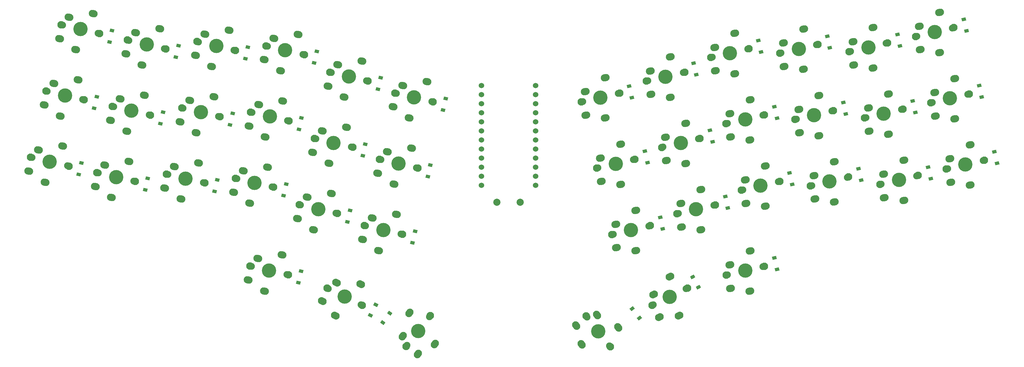
<source format=gbr>
%TF.GenerationSoftware,KiCad,Pcbnew,(6.0.8)*%
%TF.CreationDate,2023-05-09T18:28:35-05:00*%
%TF.ProjectId,Butterfly,42757474-6572-4666-9c79-2e6b69636164,1.0.0*%
%TF.SameCoordinates,Original*%
%TF.FileFunction,Soldermask,Bot*%
%TF.FilePolarity,Negative*%
%FSLAX46Y46*%
G04 Gerber Fmt 4.6, Leading zero omitted, Abs format (unit mm)*
G04 Created by KiCad (PCBNEW (6.0.8)) date 2023-05-09 18:28:35*
%MOMM*%
%LPD*%
G01*
G04 APERTURE LIST*
G04 Aperture macros list*
%AMHorizOval*
0 Thick line with rounded ends*
0 $1 width*
0 $2 $3 position (X,Y) of the first rounded end (center of the circle)*
0 $4 $5 position (X,Y) of the second rounded end (center of the circle)*
0 Add line between two ends*
20,1,$1,$2,$3,$4,$5,0*
0 Add two circle primitives to create the rounded ends*
1,1,$1,$2,$3*
1,1,$1,$4,$5*%
%AMRotRect*
0 Rectangle, with rotation*
0 The origin of the aperture is its center*
0 $1 length*
0 $2 width*
0 $3 Rotation angle, in degrees counterclockwise*
0 Add horizontal line*
21,1,$1,$2,0,0,$3*%
G04 Aperture macros list end*
%ADD10C,4.000000*%
%ADD11C,2.100000*%
%ADD12C,1.900000*%
%ADD13HorizOval,2.000000X0.243593X0.056238X-0.243593X-0.056238X0*%
%ADD14HorizOval,2.000000X0.243593X-0.056238X-0.243593X0.056238X0*%
%ADD15HorizOval,2.000000X0.153915X0.197003X-0.153915X-0.197003X0*%
%ADD16HorizOval,2.000000X0.224699X-0.109593X-0.224699X0.109593X0*%
%ADD17HorizOval,2.000000X0.224699X0.109593X-0.224699X-0.109593X0*%
%ADD18C,2.000000*%
%ADD19C,1.524000*%
%ADD20HorizOval,2.000000X0.153915X-0.197003X-0.153915X0.197003X0*%
%ADD21RotRect,0.900000X1.200000X77.000000*%
%ADD22RotRect,0.900000X1.200000X103.000000*%
%ADD23RotRect,0.900000X1.200000X128.000000*%
%ADD24RotRect,0.900000X1.200000X63.000000*%
%ADD25RotRect,0.900000X1.200000X119.000000*%
%ADD26RotRect,0.900000X1.200000X54.000000*%
G04 APERTURE END LIST*
D10*
%TO.C,MX21*%
X247275596Y-86456694D03*
D11*
X241916561Y-87693925D03*
X252634631Y-85219463D03*
D12*
X252225396Y-85313943D03*
X242325796Y-87599445D03*
D13*
X243183618Y-91403988D03*
X242991870Y-84838858D03*
X248602807Y-92205477D03*
X248607745Y-80935518D03*
%TD*%
D12*
%TO.C,MX8*%
X220014394Y-75643231D03*
D11*
X219605159Y-75737711D03*
D12*
X229913994Y-73357729D03*
D11*
X230323229Y-73263249D03*
D10*
X224964194Y-74500480D03*
D13*
X220680468Y-72882644D03*
X220872216Y-79447774D03*
X226296343Y-68979304D03*
X226291405Y-80249263D03*
%TD*%
D11*
%TO.C,MX1*%
X55886091Y-59955256D03*
D10*
X61245126Y-61192487D03*
D11*
X66604161Y-62429718D03*
D12*
X56295326Y-60049736D03*
X66194926Y-62335238D03*
D14*
X58104152Y-57860524D03*
X55398530Y-63845280D03*
X64862777Y-56814063D03*
X59917915Y-66941270D03*
%TD*%
D12*
%TO.C,MX7*%
X201809754Y-81475361D03*
X211709354Y-79189859D03*
D11*
X201400519Y-81569841D03*
X212118589Y-79095379D03*
D10*
X206759554Y-80332610D03*
D13*
X202667576Y-85279904D03*
X202475828Y-78714774D03*
X208091703Y-74811434D03*
X208086765Y-86081393D03*
%TD*%
D11*
%TO.C,MX25*%
X47315454Y-97078756D03*
D12*
X47724689Y-97173236D03*
D10*
X52674489Y-98315987D03*
D11*
X58033524Y-99553218D03*
D12*
X57624289Y-99458738D03*
D14*
X46827893Y-100968780D03*
X49533515Y-94984024D03*
X56292140Y-93937563D03*
X51347278Y-104064770D03*
%TD*%
D12*
%TO.C,MX29*%
X122864464Y-110447476D03*
D11*
X133173299Y-112827458D03*
D10*
X127814264Y-111590227D03*
D12*
X132764064Y-112732978D03*
D11*
X122455229Y-110352996D03*
D14*
X124673290Y-108258264D03*
X121967668Y-114243020D03*
X126487053Y-117339010D03*
X131431915Y-107211803D03*
%TD*%
D11*
%TO.C,MX28*%
X115325768Y-105448515D03*
D12*
X114916533Y-105354035D03*
D10*
X109966733Y-104211284D03*
D11*
X104607698Y-102974053D03*
D12*
X105016933Y-103068533D03*
D14*
X106825759Y-100879321D03*
X104120137Y-106864077D03*
X113584384Y-99832860D03*
X108639522Y-109960067D03*
%TD*%
D11*
%TO.C,MX39*%
X152387134Y-150076513D03*
X159159410Y-141408395D03*
D10*
X155773272Y-145742454D03*
D12*
X152645712Y-149745549D03*
X158900832Y-141739359D03*
D15*
X155706640Y-152162389D03*
X151426054Y-147180995D03*
X160422535Y-149374857D03*
X153333958Y-140613346D03*
%TD*%
D12*
%TO.C,MX27*%
X95640563Y-104162341D03*
D11*
X96049798Y-104256821D03*
D12*
X85740963Y-101876839D03*
D10*
X90690763Y-103019590D03*
D11*
X85331728Y-101782359D03*
D14*
X84844167Y-105672383D03*
X87549789Y-99687627D03*
X94308414Y-98641166D03*
X89363552Y-108768373D03*
%TD*%
D10*
%TO.C,MX24*%
X304567840Y-80561397D03*
D12*
X309517640Y-79418646D03*
D11*
X299208805Y-81798628D03*
X309926875Y-79324166D03*
D12*
X299618040Y-81704148D03*
D13*
X300284114Y-78943561D03*
X300475862Y-85508691D03*
X305899989Y-75040221D03*
X305895051Y-86310180D03*
%TD*%
D12*
%TO.C,MX10*%
X267216048Y-65560500D03*
D11*
X267625283Y-65466020D03*
D12*
X257316448Y-67846002D03*
D10*
X262266248Y-66703251D03*
D11*
X256907213Y-67940482D03*
D13*
X257982522Y-65085415D03*
X258174270Y-71650545D03*
X263598397Y-61182075D03*
X263593459Y-72452034D03*
%TD*%
D12*
%TO.C,MX38*%
X130623352Y-133875555D03*
D11*
X140132593Y-138513521D03*
D12*
X139755100Y-138329405D03*
D10*
X135189226Y-136102480D03*
D11*
X130245859Y-133691439D03*
D16*
X132878283Y-132149349D03*
X128895729Y-137372084D03*
X139699088Y-132650069D03*
X132602836Y-141405365D03*
%TD*%
D11*
%TO.C,MX6*%
X159948573Y-81536088D03*
D12*
X159539338Y-81441608D03*
X149639738Y-79156106D03*
D10*
X154589538Y-80298857D03*
D11*
X149230503Y-79061626D03*
D14*
X151448564Y-76966894D03*
X148742942Y-82951650D03*
X153262327Y-86047640D03*
X158207189Y-75920433D03*
%TD*%
D11*
%TO.C,MX2*%
X85165910Y-66715037D03*
D12*
X84756675Y-66620557D03*
D11*
X74447840Y-64240575D03*
D12*
X74857075Y-64335055D03*
D10*
X79806875Y-65477806D03*
D14*
X76665901Y-62145843D03*
X73960279Y-68130599D03*
X78479664Y-71226589D03*
X83424526Y-61099382D03*
%TD*%
D12*
%TO.C,MX16*%
X119201851Y-86792285D03*
D11*
X119611086Y-86886765D03*
D10*
X114252051Y-85649534D03*
D11*
X108893016Y-84412303D03*
D12*
X109302251Y-84506783D03*
D14*
X111111077Y-82317571D03*
X108405455Y-88302327D03*
X117869702Y-81271110D03*
X112924840Y-91398317D03*
%TD*%
D11*
%TO.C,MX12*%
X305641557Y-60762416D03*
D12*
X295332722Y-63142398D03*
D10*
X300282522Y-61999647D03*
D12*
X305232322Y-60856896D03*
D11*
X294923487Y-63236878D03*
D13*
X295998796Y-60381811D03*
X296190544Y-66946941D03*
X301609733Y-67748430D03*
X301614671Y-56478471D03*
%TD*%
D12*
%TO.C,MX30*%
X141069103Y-116279605D03*
X150968703Y-118565107D03*
D11*
X140659868Y-116185125D03*
X151377938Y-118659587D03*
D10*
X146018903Y-117422356D03*
D14*
X140172307Y-120075149D03*
X142877929Y-114090393D03*
X149636554Y-113043932D03*
X144691692Y-123171139D03*
%TD*%
D10*
%TO.C,MX22*%
X266551566Y-85265001D03*
D11*
X261192531Y-86502232D03*
D12*
X271501366Y-84122250D03*
X261601766Y-86407752D03*
D11*
X271910601Y-84027770D03*
D13*
X262459588Y-90212295D03*
X262267840Y-83647165D03*
X267883715Y-79743825D03*
X267878777Y-91013784D03*
%TD*%
D10*
%TO.C,MX5*%
X136384899Y-74466727D03*
D12*
X141334699Y-75609478D03*
D11*
X131025864Y-73229496D03*
D12*
X131435099Y-73323976D03*
D11*
X141743934Y-75703958D03*
D14*
X130538303Y-77119520D03*
X133243925Y-71134764D03*
X140002550Y-70088303D03*
X135057688Y-80215510D03*
%TD*%
D11*
%TO.C,MX19*%
X205685836Y-100131591D03*
D12*
X206095071Y-100037111D03*
D10*
X211044871Y-98894360D03*
D12*
X215994671Y-97751609D03*
D11*
X216403906Y-97657129D03*
D13*
X206952893Y-103841654D03*
X206761145Y-97276524D03*
X212377020Y-93373184D03*
X212372082Y-104643143D03*
%TD*%
D11*
%TO.C,MX41*%
X221216499Y-138547274D03*
D10*
X226159866Y-136136233D03*
D11*
X231103233Y-133725192D03*
D12*
X230725740Y-133909308D03*
X221593992Y-138363158D03*
D17*
X223285664Y-141877223D03*
X221621998Y-135523490D03*
X228746256Y-141439118D03*
X226215877Y-130456897D03*
%TD*%
D10*
%TO.C,MX33*%
X251560914Y-105018444D03*
D11*
X256919949Y-103781213D03*
D12*
X256510714Y-103875693D03*
X246611114Y-106161195D03*
D11*
X246201879Y-106255675D03*
D13*
X247468936Y-109965738D03*
X247277188Y-103400608D03*
X252888125Y-110767227D03*
X252893063Y-99497268D03*
%TD*%
D18*
%TO.C,SW1*%
X177794578Y-109671024D03*
X184294578Y-109671024D03*
%TD*%
D19*
%TO.C,U1*%
X188655978Y-76986774D03*
X188655978Y-79526774D03*
X188655978Y-82066774D03*
X188655978Y-84606774D03*
X188655978Y-87146774D03*
X188655978Y-89686774D03*
X188655978Y-92226774D03*
X188655978Y-94766774D03*
X188655978Y-97306774D03*
X188655978Y-99846774D03*
X188655978Y-102386774D03*
X188655978Y-104926774D03*
X173435978Y-104926774D03*
X173435978Y-102386774D03*
X173435978Y-99846774D03*
X173435978Y-97306774D03*
X173435978Y-94766774D03*
X173435978Y-92226774D03*
X173435978Y-89686774D03*
X173435978Y-87146774D03*
X173435978Y-84606774D03*
X173435978Y-82066774D03*
X173435978Y-79526774D03*
X173435978Y-76986774D03*
%TD*%
D12*
%TO.C,MX35*%
X285341608Y-104551216D03*
D11*
X284932373Y-104645696D03*
X295650443Y-102171234D03*
D12*
X295241208Y-102265714D03*
D10*
X290291408Y-103408465D03*
D13*
X286199430Y-108355759D03*
X286007682Y-101790629D03*
X291618619Y-109157248D03*
X291623557Y-97887289D03*
%TD*%
D10*
%TO.C,MX17*%
X132099580Y-93028477D03*
D11*
X126740545Y-91791246D03*
X137458615Y-94265708D03*
D12*
X127149780Y-91885726D03*
X137049380Y-94171228D03*
D14*
X128958606Y-89696514D03*
X126252984Y-95681270D03*
X130772369Y-98777260D03*
X135717231Y-88650053D03*
%TD*%
D11*
%TO.C,MX34*%
X276195918Y-102589520D03*
D10*
X270836883Y-103826751D03*
D11*
X265477848Y-105063982D03*
D12*
X265887083Y-104969502D03*
X275786683Y-102684000D03*
D13*
X266744905Y-108774045D03*
X266553157Y-102208915D03*
X272164094Y-109575534D03*
X272169032Y-98305575D03*
%TD*%
D12*
%TO.C,MX23*%
X281056290Y-85989466D03*
D10*
X286006090Y-84846715D03*
D11*
X291365125Y-83609484D03*
X280647055Y-86083946D03*
D12*
X290955890Y-83703964D03*
D13*
X281722364Y-83228879D03*
X281914112Y-89794009D03*
X287333301Y-90595498D03*
X287338239Y-79325539D03*
%TD*%
D11*
%TO.C,MX11*%
X276361737Y-67522196D03*
D12*
X276770972Y-67427716D03*
D11*
X287079807Y-65047734D03*
D12*
X286670572Y-65142214D03*
D10*
X281720772Y-66284965D03*
D13*
X277628794Y-71232259D03*
X277437046Y-64667129D03*
X283052921Y-60763789D03*
X283047983Y-72033748D03*
%TD*%
D12*
%TO.C,MX36*%
X313802957Y-97980396D03*
D11*
X303494122Y-100360378D03*
D10*
X308853157Y-99123147D03*
D11*
X314212192Y-97885916D03*
D12*
X303903357Y-100265898D03*
D13*
X304761179Y-104070441D03*
X304569431Y-97505311D03*
X310180368Y-104871930D03*
X310185306Y-93601971D03*
%TD*%
D11*
%TO.C,MX14*%
X70162522Y-82802323D03*
D10*
X75521557Y-84039554D03*
D12*
X80471357Y-85182305D03*
X70571757Y-82896803D03*
D11*
X80880592Y-85276785D03*
D14*
X72380583Y-80707591D03*
X69674961Y-86692347D03*
X79139208Y-79661130D03*
X74194346Y-89788337D03*
%TD*%
D10*
%TO.C,MX31*%
X215330189Y-117456110D03*
D11*
X220689224Y-116218879D03*
X209971154Y-118693341D03*
D12*
X210380389Y-118598861D03*
X220279989Y-116313359D03*
D13*
X211238211Y-122403404D03*
X211046463Y-115838274D03*
X216662338Y-111934934D03*
X216657400Y-123204893D03*
%TD*%
D11*
%TO.C,MX4*%
X123896403Y-68325014D03*
D10*
X118537368Y-67087783D03*
D11*
X113178333Y-65850552D03*
D12*
X123487168Y-68230534D03*
X113587568Y-65945032D03*
D14*
X115396394Y-63755820D03*
X112690772Y-69740576D03*
X122155019Y-62709359D03*
X117210157Y-72836566D03*
%TD*%
D12*
%TO.C,MX15*%
X99925882Y-85600593D03*
X90026282Y-83315091D03*
D10*
X94976082Y-84457842D03*
D11*
X89617047Y-83220611D03*
X100335117Y-85695073D03*
D14*
X91835108Y-81125879D03*
X89129486Y-87110635D03*
X93648871Y-90206625D03*
X98593733Y-80079418D03*
%TD*%
D10*
%TO.C,MX26*%
X71236240Y-102601305D03*
D12*
X76186040Y-103744056D03*
X66286440Y-101458554D03*
D11*
X65877205Y-101364074D03*
X76595275Y-103838536D03*
D14*
X68095266Y-99269342D03*
X65389644Y-105254098D03*
X69909029Y-108350088D03*
X74853891Y-98222881D03*
%TD*%
D11*
%TO.C,MX20*%
X223890476Y-94299461D03*
D12*
X234199311Y-91919479D03*
D11*
X234608546Y-91824999D03*
D12*
X224299711Y-94204981D03*
D10*
X229249511Y-93062230D03*
D13*
X224965785Y-91444394D03*
X225157533Y-98009524D03*
X230576722Y-98811013D03*
X230581660Y-87541054D03*
%TD*%
D12*
%TO.C,MX13*%
X61909608Y-80896989D03*
D11*
X62318843Y-80991469D03*
D12*
X52010008Y-78611487D03*
D10*
X56959808Y-79754238D03*
D11*
X51600773Y-78517007D03*
D14*
X53818834Y-76422275D03*
X51113212Y-82407031D03*
X55632597Y-85503021D03*
X60577459Y-75375814D03*
%TD*%
D11*
%TO.C,MX18*%
X144945186Y-97623376D03*
D12*
X155254021Y-100003358D03*
D11*
X155663256Y-100097838D03*
D10*
X150304221Y-98860607D03*
D12*
X145354421Y-97717856D03*
D14*
X144457625Y-101513400D03*
X147163247Y-95528644D03*
X148977010Y-104609390D03*
X153921872Y-94482183D03*
%TD*%
D12*
%TO.C,MX9*%
X238040479Y-69037695D03*
X247940079Y-66752193D03*
D11*
X248349314Y-66657713D03*
X237631244Y-69132175D03*
D10*
X242990279Y-67894944D03*
D13*
X238898301Y-72842238D03*
X238706553Y-66277108D03*
X244322428Y-62373768D03*
X244317490Y-73643727D03*
%TD*%
D12*
%TO.C,MX3*%
X104211199Y-67038843D03*
X94311599Y-64753341D03*
D11*
X93902364Y-64658861D03*
X104620434Y-67133323D03*
D10*
X99261399Y-65896092D03*
D14*
X96120425Y-62564129D03*
X93414803Y-68548885D03*
X97934188Y-71644875D03*
X102879050Y-61517668D03*
%TD*%
D12*
%TO.C,MX32*%
X238484629Y-110481229D03*
X228585029Y-112766731D03*
D11*
X228175794Y-112861211D03*
D10*
X233534829Y-111623980D03*
D11*
X238893864Y-110386749D03*
D13*
X229442851Y-116571274D03*
X229251103Y-110006144D03*
X234862040Y-117372763D03*
X234866978Y-106102804D03*
%TD*%
D12*
%TO.C,MX40*%
X203047724Y-141835874D03*
X209302844Y-149842064D03*
D10*
X206175284Y-145838969D03*
D11*
X202789146Y-141504910D03*
X209561422Y-150173028D03*
D20*
X205831161Y-141272868D03*
X199962169Y-144221194D03*
X201526021Y-149471372D03*
X211742159Y-144712956D03*
%TD*%
D12*
%TO.C,MX42*%
X252229376Y-127673726D03*
D11*
X252638611Y-127579246D03*
D10*
X247279576Y-128816477D03*
D12*
X242329776Y-129959228D03*
D11*
X241920541Y-130053708D03*
D13*
X243187598Y-133763771D03*
X242995850Y-127198641D03*
X248611725Y-123295301D03*
X248606787Y-134565260D03*
%TD*%
D12*
%TO.C,MX37*%
X119019315Y-129925475D03*
D11*
X119428550Y-130019955D03*
X108710480Y-127545493D03*
D10*
X114069515Y-128782724D03*
D12*
X109119715Y-127639973D03*
D14*
X108222919Y-131435517D03*
X110928541Y-125450761D03*
X112742304Y-134531507D03*
X117687166Y-124404300D03*
%TD*%
D21*
%TO.C,D4*%
X126673668Y-70659599D03*
X127416006Y-67444177D03*
%TD*%
D22*
%TO.C,D32*%
X242413467Y-111267587D03*
X241671129Y-108052165D03*
%TD*%
%TO.C,D21*%
X256154234Y-86100301D03*
X255411896Y-82884879D03*
%TD*%
%TO.C,D19*%
X219923509Y-98537967D03*
X219181171Y-95322545D03*
%TD*%
%TO.C,D11*%
X290599410Y-65928572D03*
X289857072Y-62713150D03*
%TD*%
%TO.C,D7*%
X215523996Y-80328433D03*
X214781658Y-77113011D03*
%TD*%
D21*
%TO.C,D30*%
X154155203Y-120994172D03*
X154897541Y-117778750D03*
%TD*%
D22*
%TO.C,D23*%
X294884728Y-84490322D03*
X294142390Y-81274900D03*
%TD*%
D21*
%TO.C,D5*%
X144521197Y-78038542D03*
X145263535Y-74823120D03*
%TD*%
D22*
%TO.C,D24*%
X313446477Y-80205004D03*
X312704139Y-76989582D03*
%TD*%
%TO.C,D36*%
X317731795Y-98766754D03*
X316989457Y-95551332D03*
%TD*%
D23*
%TO.C,D40*%
X217657091Y-142077883D03*
X215625409Y-139477447D03*
%TD*%
D24*
%TO.C,D38*%
X142433412Y-141340556D03*
X143931580Y-138400234D03*
%TD*%
D22*
%TO.C,D12*%
X309161160Y-61643255D03*
X308418822Y-58427833D03*
%TD*%
D21*
%TO.C,D27*%
X98827064Y-106591406D03*
X99569402Y-103375984D03*
%TD*%
%TO.C,D16*%
X122388350Y-89221348D03*
X123130688Y-86005926D03*
%TD*%
%TO.C,D29*%
X135950563Y-115162040D03*
X136692901Y-111946618D03*
%TD*%
%TO.C,D37*%
X122247994Y-132171844D03*
X122990332Y-128956422D03*
%TD*%
D22*
%TO.C,D22*%
X275430203Y-84908608D03*
X274687865Y-81693186D03*
%TD*%
%TO.C,D8*%
X233600076Y-73939451D03*
X232857738Y-70724029D03*
%TD*%
D25*
%TO.C,D41*%
X234158200Y-133473588D03*
X232558328Y-130587342D03*
%TD*%
D21*
%TO.C,D6*%
X162725838Y-83870672D03*
X163468176Y-80655250D03*
%TD*%
D22*
%TO.C,D34*%
X279715521Y-103470358D03*
X278973183Y-100254936D03*
%TD*%
D21*
%TO.C,D3*%
X107397699Y-69467907D03*
X108140037Y-66252485D03*
%TD*%
D22*
%TO.C,D35*%
X299170045Y-103052072D03*
X298427707Y-99836650D03*
%TD*%
%TO.C,D42*%
X256158214Y-128460084D03*
X255415876Y-125244662D03*
%TD*%
D21*
%TO.C,D18*%
X158440520Y-102432422D03*
X159182858Y-99217000D03*
%TD*%
%TO.C,D13*%
X65096106Y-83326052D03*
X65838444Y-80110630D03*
%TD*%
D22*
%TO.C,D31*%
X224208827Y-117099717D03*
X223466489Y-113884295D03*
%TD*%
D21*
%TO.C,D25*%
X60810790Y-101887802D03*
X61553128Y-98672380D03*
%TD*%
%TO.C,D15*%
X103112380Y-88029656D03*
X103854718Y-84814234D03*
%TD*%
%TO.C,D2*%
X87943174Y-69049620D03*
X88685512Y-65834198D03*
%TD*%
%TO.C,D17*%
X140235881Y-96600292D03*
X140978219Y-93384870D03*
%TD*%
D22*
%TO.C,D9*%
X251676157Y-67550468D03*
X250933819Y-64335046D03*
%TD*%
%TO.C,D20*%
X238128149Y-92705837D03*
X237385811Y-89490415D03*
%TD*%
D21*
%TO.C,D28*%
X118103033Y-107783099D03*
X118845371Y-104567677D03*
%TD*%
D22*
%TO.C,D10*%
X270952126Y-66358775D03*
X270209788Y-63143353D03*
%TD*%
%TO.C,D33*%
X260439552Y-104662051D03*
X259697214Y-101446629D03*
%TD*%
D21*
%TO.C,D1*%
X69381425Y-64764302D03*
X70123763Y-61548880D03*
%TD*%
%TO.C,D14*%
X83657856Y-87611370D03*
X84400194Y-84395948D03*
%TD*%
%TO.C,D26*%
X79372540Y-106173120D03*
X80114878Y-102957698D03*
%TD*%
D26*
%TO.C,D39*%
X145879660Y-143387861D03*
X147819352Y-140718105D03*
%TD*%
M02*

</source>
